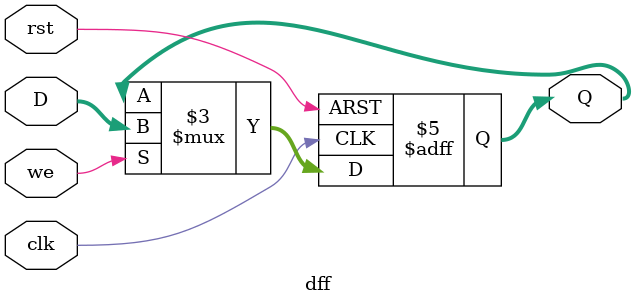
<source format=v>

module dff(clk, rst, we, D, Q);

  parameter n = 32;

  input clk, rst, we;
  input [n-1:0] D;
  output reg [n-1:0] Q;

  always @(posedge clk or posedge rst)
    if (rst)
      Q = {n{1'b0}};  // Reset data
    else
      if (we)
        Q = D;  // Keep data
      
endmodule
  
</source>
